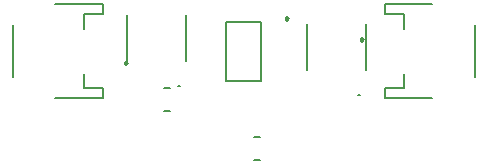
<source format=gbo>
G04*
G04 #@! TF.GenerationSoftware,Altium Limited,Altium Designer,21.9.2 (33)*
G04*
G04 Layer_Color=32896*
%FSLAX25Y25*%
%MOIN*%
G70*
G04*
G04 #@! TF.SameCoordinates,DE561362-EE76-411C-985F-06221E673FF8*
G04*
G04*
G04 #@! TF.FilePolarity,Positive*
G04*
G01*
G75*
%ADD10C,0.00984*%
%ADD12C,0.00787*%
%ADD13C,0.00600*%
%ADD16C,0.00500*%
D10*
X39854Y3937D02*
X39116Y4363D01*
Y3511D01*
X39854Y3937D01*
X14902Y10866D02*
X14163Y11292D01*
Y10440D01*
X14902Y10866D01*
X-38870Y-3937D02*
X-39608Y-3511D01*
Y-4363D01*
X-38870Y-3937D01*
D12*
X38894Y-14642D02*
X38106D01*
X38894D01*
X-21106Y-11642D02*
X-21894D01*
X-21106D01*
X47039Y15551D02*
X62787D01*
X47039Y12402D02*
Y15551D01*
Y12402D02*
X53339D01*
Y7480D02*
Y12402D01*
Y-12402D02*
Y-7480D01*
X47039Y-12402D02*
X53339D01*
X47039Y-15551D02*
Y-12402D01*
Y-15551D02*
X62787D01*
X76961Y-8661D02*
Y8661D01*
X-5906Y-9843D02*
Y9843D01*
X5906D01*
X-5906Y-9843D02*
X5906D01*
Y9843D01*
X-76961Y-8661D02*
Y8661D01*
X-62787Y15551D02*
X-47039D01*
Y12402D02*
Y15551D01*
X-53339Y12402D02*
X-47039D01*
X-53339Y7480D02*
Y12402D01*
Y-12402D02*
Y-7480D01*
Y-12402D02*
X-47039D01*
Y-15551D02*
Y-12402D01*
X-62787Y-15551D02*
X-47039D01*
D13*
X3561Y-36350D02*
X5439D01*
X3561Y-28650D02*
X5439D01*
X-26439Y-19850D02*
X-24561D01*
X-26439Y-12150D02*
X-24561D01*
D16*
X21059Y-6177D02*
Y9177D01*
X40941Y-6177D02*
Y9177D01*
X-19059Y-3177D02*
Y12177D01*
X-38941Y-3177D02*
Y12177D01*
M02*

</source>
